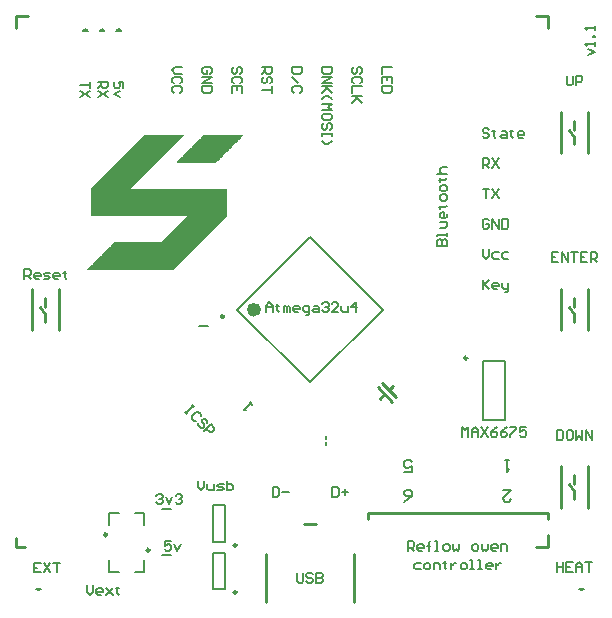
<source format=gto>
%FSLAX23Y23*%
%MOIN*%
G70*
G01*
G75*
G04 Layer_Color=65535*
%ADD10C,0.006*%
G04:AMPARAMS|DCode=11|XSize=35mil|YSize=31mil|CornerRadius=0mil|HoleSize=0mil|Usage=FLASHONLY|Rotation=315.000|XOffset=0mil|YOffset=0mil|HoleType=Round|Shape=Rectangle|*
%AMROTATEDRECTD11*
4,1,4,-0.024,0.001,-0.001,0.024,0.024,-0.001,0.001,-0.024,-0.024,0.001,0.0*
%
%ADD11ROTATEDRECTD11*%

%ADD12R,0.035X0.031*%
G04:AMPARAMS|DCode=13|XSize=35mil|YSize=31mil|CornerRadius=0mil|HoleSize=0mil|Usage=FLASHONLY|Rotation=225.000|XOffset=0mil|YOffset=0mil|HoleType=Round|Shape=Rectangle|*
%AMROTATEDRECTD13*
4,1,4,0.001,0.024,0.024,0.001,-0.001,-0.024,-0.024,-0.001,0.001,0.024,0.0*
%
%ADD13ROTATEDRECTD13*%

%ADD14R,0.031X0.035*%
%ADD15R,0.039X0.028*%
%ADD16R,0.016X0.069*%
%ADD17C,0.031*%
%ADD18R,0.024X0.035*%
%ADD19R,0.030X0.033*%
%ADD20R,0.033X0.030*%
%ADD21R,0.067X0.031*%
G04:AMPARAMS|DCode=22|XSize=22mil|YSize=69mil|CornerRadius=0mil|HoleSize=0mil|Usage=FLASHONLY|Rotation=135.000|XOffset=0mil|YOffset=0mil|HoleType=Round|Shape=Round|*
%AMOVALD22*
21,1,0.047,0.022,0.000,0.000,225.0*
1,1,0.022,0.017,0.017*
1,1,0.022,-0.017,-0.017*
%
%ADD22OVALD22*%

G04:AMPARAMS|DCode=23|XSize=22mil|YSize=69mil|CornerRadius=0mil|HoleSize=0mil|Usage=FLASHONLY|Rotation=45.000|XOffset=0mil|YOffset=0mil|HoleType=Round|Shape=Round|*
%AMOVALD23*
21,1,0.047,0.022,0.000,0.000,135.0*
1,1,0.022,0.017,-0.017*
1,1,0.022,-0.017,0.017*
%
%ADD23OVALD23*%

%ADD24O,0.087X0.024*%
G04:AMPARAMS|DCode=25|XSize=71mil|YSize=94mil|CornerRadius=0mil|HoleSize=0mil|Usage=FLASHONLY|Rotation=225.000|XOffset=0mil|YOffset=0mil|HoleType=Round|Shape=Rectangle|*
%AMROTATEDRECTD25*
4,1,4,-0.008,0.058,0.058,-0.008,0.008,-0.058,-0.058,0.008,-0.008,0.058,0.0*
%
%ADD25ROTATEDRECTD25*%

%ADD26C,0.006*%
%ADD27C,0.063*%
G04:AMPARAMS|DCode=28|XSize=47mil|YSize=55mil|CornerRadius=12mil|HoleSize=0mil|Usage=FLASHONLY|Rotation=180.000|XOffset=0mil|YOffset=0mil|HoleType=Round|Shape=RoundedRectangle|*
%AMROUNDEDRECTD28*
21,1,0.047,0.031,0,0,180.0*
21,1,0.024,0.055,0,0,180.0*
1,1,0.024,-0.012,0.016*
1,1,0.024,0.012,0.016*
1,1,0.024,0.012,-0.016*
1,1,0.024,-0.012,-0.016*
%
%ADD28ROUNDEDRECTD28*%
%ADD29C,0.024*%
%ADD30C,0.157*%
%ADD31C,0.061*%
%ADD32C,0.067*%
%ADD33C,0.025*%
%ADD34C,0.010*%
%ADD35C,0.024*%
%ADD36C,0.002*%
%ADD37C,0.006*%
%ADD38C,0.010*%
%ADD39C,0.008*%
%ADD40C,0.006*%
D26*
X1595Y1398D02*
Y1377D01*
X1606Y1366D01*
X1617Y1377D01*
Y1398D01*
X1627Y1387D02*
Y1371D01*
X1633Y1366D01*
X1649D01*
Y1387D01*
X1659Y1366D02*
X1675D01*
X1681Y1371D01*
X1675Y1377D01*
X1665D01*
X1659Y1382D01*
X1665Y1387D01*
X1681D01*
X1691Y1398D02*
Y1366D01*
X1707D01*
X1713Y1371D01*
Y1377D01*
Y1382D01*
X1707Y1387D01*
X1691D01*
X1225Y1051D02*
Y1029D01*
X1236Y1019D01*
X1247Y1029D01*
Y1051D01*
X1273Y1019D02*
X1263D01*
X1257Y1024D01*
Y1035D01*
X1263Y1040D01*
X1273D01*
X1279Y1035D01*
Y1029D01*
X1257D01*
X1289Y1040D02*
X1311Y1019D01*
X1300Y1029D01*
X1311Y1040D01*
X1289Y1019D01*
X1327Y1045D02*
Y1040D01*
X1321D01*
X1332D01*
X1327D01*
Y1024D01*
X1332Y1019D01*
X2791Y1126D02*
Y1094D01*
Y1110D01*
X2813D01*
Y1126D01*
Y1094D01*
X2845Y1126D02*
X2823D01*
Y1094D01*
X2845D01*
X2823Y1110D02*
X2834D01*
X2855Y1094D02*
Y1116D01*
X2866Y1126D01*
X2877Y1116D01*
Y1094D01*
Y1110D01*
X2855D01*
X2887Y1126D02*
X2909D01*
X2898D01*
Y1094D01*
X2338Y1125D02*
X2322D01*
X2317Y1119D01*
Y1109D01*
X2322Y1103D01*
X2338D01*
X2354D02*
X2365D01*
X2370Y1109D01*
Y1119D01*
X2365Y1125D01*
X2354D01*
X2349Y1119D01*
Y1109D01*
X2354Y1103D01*
X2381D02*
Y1125D01*
X2397D01*
X2402Y1119D01*
Y1103D01*
X2418Y1130D02*
Y1125D01*
X2413D01*
X2423D01*
X2418D01*
Y1109D01*
X2423Y1103D01*
X2439Y1125D02*
Y1103D01*
Y1114D01*
X2445Y1119D01*
X2450Y1125D01*
X2455D01*
X2477Y1103D02*
X2487D01*
X2493Y1109D01*
Y1119D01*
X2487Y1125D01*
X2477D01*
X2471Y1119D01*
Y1109D01*
X2477Y1103D01*
X2503D02*
X2514D01*
X2509D01*
Y1135D01*
X2503D01*
X2530Y1103D02*
X2541D01*
X2535D01*
Y1135D01*
X2530D01*
X2573Y1103D02*
X2562D01*
X2557Y1109D01*
Y1119D01*
X2562Y1125D01*
X2573D01*
X2578Y1119D01*
Y1114D01*
X2557D01*
X2589Y1125D02*
Y1103D01*
Y1114D01*
X2594Y1119D01*
X2599Y1125D01*
X2605D01*
X2295Y1164D02*
Y1196D01*
X2311D01*
X2317Y1191D01*
Y1180D01*
X2311Y1175D01*
X2295D01*
X2306D02*
X2317Y1164D01*
X2343D02*
X2333D01*
X2327Y1170D01*
Y1180D01*
X2333Y1186D01*
X2343D01*
X2349Y1180D01*
Y1175D01*
X2327D01*
X2365Y1164D02*
Y1191D01*
Y1180D01*
X2359D01*
X2370D01*
X2365D01*
Y1191D01*
X2370Y1196D01*
X2386Y1164D02*
X2397D01*
X2391D01*
Y1196D01*
X2386D01*
X2418Y1164D02*
X2429D01*
X2434Y1170D01*
Y1180D01*
X2429Y1186D01*
X2418D01*
X2413Y1180D01*
Y1170D01*
X2418Y1164D01*
X2445Y1186D02*
Y1170D01*
X2450Y1164D01*
X2455Y1170D01*
X2461Y1164D01*
X2466Y1170D01*
Y1186D01*
X2514Y1164D02*
X2525D01*
X2530Y1170D01*
Y1180D01*
X2525Y1186D01*
X2514D01*
X2509Y1180D01*
Y1170D01*
X2514Y1164D01*
X2541Y1186D02*
Y1170D01*
X2546Y1164D01*
X2551Y1170D01*
X2557Y1164D01*
X2562Y1170D01*
Y1186D01*
X2589Y1164D02*
X2578D01*
X2573Y1170D01*
Y1180D01*
X2578Y1186D01*
X2589D01*
X2594Y1180D01*
Y1175D01*
X2573D01*
X2605Y1164D02*
Y1186D01*
X2621D01*
X2626Y1180D01*
Y1164D01*
X2897Y2817D02*
X2918Y2828D01*
X2897Y2838D01*
X2918Y2849D02*
Y2860D01*
Y2854D01*
X2886D01*
X2892Y2849D01*
X2918Y2876D02*
X2913D01*
Y2881D01*
X2918D01*
Y2876D01*
Y2902D02*
Y2913D01*
Y2908D01*
X2886D01*
X2892Y2902D01*
X2392Y2182D02*
X2424D01*
Y2198D01*
X2419Y2203D01*
X2414D01*
X2408Y2198D01*
Y2182D01*
Y2198D01*
X2403Y2203D01*
X2398D01*
X2392Y2198D01*
Y2182D01*
X2424Y2214D02*
Y2225D01*
Y2219D01*
X2392D01*
Y2214D01*
X2403Y2241D02*
X2419D01*
X2424Y2246D01*
Y2262D01*
X2403D01*
X2424Y2289D02*
Y2278D01*
X2419Y2273D01*
X2408D01*
X2403Y2278D01*
Y2289D01*
X2408Y2294D01*
X2414D01*
Y2273D01*
X2398Y2310D02*
X2403D01*
Y2305D01*
Y2315D01*
Y2310D01*
X2419D01*
X2424Y2315D01*
Y2337D02*
Y2347D01*
X2419Y2353D01*
X2408D01*
X2403Y2347D01*
Y2337D01*
X2408Y2331D01*
X2419D01*
X2424Y2337D01*
Y2369D02*
Y2379D01*
X2419Y2385D01*
X2408D01*
X2403Y2379D01*
Y2369D01*
X2408Y2363D01*
X2419D01*
X2424Y2369D01*
X2398Y2401D02*
X2403D01*
Y2395D01*
Y2406D01*
Y2401D01*
X2419D01*
X2424Y2406D01*
X2392Y2422D02*
X2424D01*
X2408D01*
X2403Y2427D01*
Y2438D01*
X2408Y2443D01*
X2424D01*
X2544Y2069D02*
Y2037D01*
Y2048D01*
X2566Y2069D01*
X2550Y2053D01*
X2566Y2037D01*
X2592D02*
X2582D01*
X2576Y2043D01*
Y2053D01*
X2582Y2059D01*
X2592D01*
X2598Y2053D01*
Y2048D01*
X2576D01*
X2608Y2059D02*
Y2043D01*
X2614Y2037D01*
X2630D01*
Y2032D01*
X2624Y2027D01*
X2619D01*
X2630Y2037D02*
Y2059D01*
X2544Y2170D02*
Y2149D01*
X2555Y2138D01*
X2566Y2149D01*
Y2170D01*
X2598Y2160D02*
X2582D01*
X2576Y2154D01*
Y2144D01*
X2582Y2138D01*
X2598D01*
X2630Y2160D02*
X2614D01*
X2608Y2154D01*
Y2144D01*
X2614Y2138D01*
X2630D01*
X2566Y2266D02*
X2560Y2271D01*
X2550D01*
X2544Y2266D01*
Y2244D01*
X2550Y2239D01*
X2560D01*
X2566Y2244D01*
Y2255D01*
X2555D01*
X2576Y2239D02*
Y2271D01*
X2598Y2239D01*
Y2271D01*
X2608D02*
Y2239D01*
X2624D01*
X2630Y2244D01*
Y2266D01*
X2624Y2271D01*
X2608D01*
X2544Y2372D02*
X2566D01*
X2555D01*
Y2340D01*
X2576Y2372D02*
X2598Y2340D01*
Y2372D02*
X2576Y2340D01*
X2544Y2441D02*
Y2473D01*
X2560D01*
X2566Y2467D01*
Y2457D01*
X2560Y2451D01*
X2544D01*
X2555D02*
X2566Y2441D01*
X2576Y2473D02*
X2598Y2441D01*
Y2473D02*
X2576Y2441D01*
X2566Y2568D02*
X2560Y2573D01*
X2550D01*
X2544Y2568D01*
Y2563D01*
X2550Y2557D01*
X2560D01*
X2566Y2552D01*
Y2547D01*
X2560Y2541D01*
X2550D01*
X2544Y2547D01*
X2582Y2568D02*
Y2563D01*
X2576D01*
X2587D01*
X2582D01*
Y2547D01*
X2587Y2541D01*
X2608Y2563D02*
X2619D01*
X2624Y2557D01*
Y2541D01*
X2608D01*
X2603Y2547D01*
X2608Y2552D01*
X2624D01*
X2640Y2568D02*
Y2563D01*
X2635D01*
X2646D01*
X2640D01*
Y2547D01*
X2646Y2541D01*
X2678D02*
X2667D01*
X2662Y2547D01*
Y2557D01*
X2667Y2563D01*
X2678D01*
X2683Y2557D01*
Y2552D01*
X2662D01*
X1506Y1196D02*
X1484D01*
Y1180D01*
X1495Y1186D01*
X1500D01*
X1506Y1180D01*
Y1170D01*
X1500Y1164D01*
X1490D01*
X1484Y1170D01*
X1516Y1186D02*
X1527Y1164D01*
X1538Y1186D01*
X1457Y1349D02*
X1462Y1354D01*
X1473D01*
X1478Y1349D01*
Y1343D01*
X1473Y1338D01*
X1467D01*
X1473D01*
X1478Y1333D01*
Y1327D01*
X1473Y1322D01*
X1462D01*
X1457Y1327D01*
X1489Y1343D02*
X1499Y1322D01*
X1510Y1343D01*
X1521Y1349D02*
X1526Y1354D01*
X1537D01*
X1542Y1349D01*
Y1343D01*
X1537Y1338D01*
X1531D01*
X1537D01*
X1542Y1333D01*
Y1327D01*
X1537Y1322D01*
X1526D01*
X1521Y1327D01*
X1844Y1377D02*
Y1345D01*
X1860D01*
X1866Y1351D01*
Y1372D01*
X1860Y1377D01*
X1844D01*
X1876Y1361D02*
X1898D01*
X2043Y1377D02*
Y1345D01*
X2059D01*
X2065Y1351D01*
Y1372D01*
X2059Y1377D01*
X2043D01*
X2075Y1361D02*
X2097D01*
X2086Y1372D02*
Y1351D01*
X1071Y1125D02*
X1049D01*
Y1094D01*
X1071D01*
X1049Y1109D02*
X1060D01*
X1081Y1125D02*
X1103Y1094D01*
Y1125D02*
X1081Y1094D01*
X1113Y1125D02*
X1135D01*
X1124D01*
Y1094D01*
X1823Y1961D02*
Y1982D01*
X1833Y1993D01*
X1844Y1982D01*
Y1961D01*
Y1977D01*
X1823D01*
X1860Y1987D02*
Y1982D01*
X1855D01*
X1865D01*
X1860D01*
Y1966D01*
X1865Y1961D01*
X1881D02*
Y1982D01*
X1887D01*
X1892Y1977D01*
Y1961D01*
Y1977D01*
X1897Y1982D01*
X1903Y1977D01*
Y1961D01*
X1929D02*
X1919D01*
X1913Y1966D01*
Y1977D01*
X1919Y1982D01*
X1929D01*
X1935Y1977D01*
Y1971D01*
X1913D01*
X1956Y1950D02*
X1961D01*
X1967Y1955D01*
Y1982D01*
X1951D01*
X1945Y1977D01*
Y1966D01*
X1951Y1961D01*
X1967D01*
X1983Y1982D02*
X1993D01*
X1999Y1977D01*
Y1961D01*
X1983D01*
X1977Y1966D01*
X1983Y1971D01*
X1999D01*
X2009Y1987D02*
X2015Y1993D01*
X2025D01*
X2031Y1987D01*
Y1982D01*
X2025Y1977D01*
X2020D01*
X2025D01*
X2031Y1971D01*
Y1966D01*
X2025Y1961D01*
X2015D01*
X2009Y1966D01*
X2063Y1961D02*
X2041D01*
X2063Y1982D01*
Y1987D01*
X2057Y1993D01*
X2047D01*
X2041Y1987D01*
X2073Y1982D02*
Y1966D01*
X2079Y1961D01*
X2095D01*
Y1982D01*
X2121Y1961D02*
Y1993D01*
X2105Y1977D01*
X2127D01*
X1347Y2708D02*
Y2729D01*
X1331D01*
X1336Y2719D01*
Y2713D01*
X1331Y2708D01*
X1320D01*
X1315Y2713D01*
Y2724D01*
X1320Y2729D01*
X1336Y2697D02*
X1315Y2687D01*
X1336Y2676D01*
X1262Y2729D02*
X1294D01*
Y2713D01*
X1288Y2708D01*
X1278D01*
X1272Y2713D01*
Y2729D01*
Y2719D02*
X1262Y2708D01*
X1294Y2697D02*
X1262Y2676D01*
X1294D02*
X1262Y2697D01*
X1235Y2729D02*
Y2708D01*
Y2719D01*
X1203D01*
X1235Y2697D02*
X1203Y2676D01*
X1235D02*
X1203Y2697D01*
X1017Y2071D02*
Y2103D01*
X1033D01*
X1039Y2098D01*
Y2087D01*
X1033Y2082D01*
X1017D01*
X1028D02*
X1039Y2071D01*
X1065D02*
X1055D01*
X1049Y2076D01*
Y2087D01*
X1055Y2092D01*
X1065D01*
X1071Y2087D01*
Y2082D01*
X1049D01*
X1081Y2071D02*
X1097D01*
X1103Y2076D01*
X1097Y2082D01*
X1087D01*
X1081Y2087D01*
X1087Y2092D01*
X1103D01*
X1129Y2071D02*
X1119D01*
X1113Y2076D01*
Y2087D01*
X1119Y2092D01*
X1129D01*
X1135Y2087D01*
Y2082D01*
X1113D01*
X1151Y2098D02*
Y2092D01*
X1145D01*
X1156D01*
X1151D01*
Y2076D01*
X1156Y2071D01*
X1925Y1091D02*
Y1064D01*
X1931Y1059D01*
X1941D01*
X1947Y1064D01*
Y1091D01*
X1979Y1086D02*
X1973Y1091D01*
X1963D01*
X1957Y1086D01*
Y1080D01*
X1963Y1075D01*
X1973D01*
X1979Y1070D01*
Y1064D01*
X1973Y1059D01*
X1963D01*
X1957Y1064D01*
X1989Y1091D02*
Y1059D01*
X2005D01*
X2011Y1064D01*
Y1070D01*
X2005Y1075D01*
X1989D01*
X2005D01*
X2011Y1080D01*
Y1086D01*
X2005Y1091D01*
X1989D01*
X1574Y1651D02*
X1581Y1643D01*
X1578Y1647D01*
X1555Y1624D01*
X1551Y1628D01*
X1559Y1620D01*
X1604Y1613D02*
X1604Y1620D01*
X1596Y1628D01*
X1589Y1628D01*
X1574Y1613D01*
Y1605D01*
X1581Y1598D01*
X1589D01*
X1627Y1590D02*
X1627Y1598D01*
X1619Y1605D01*
X1612D01*
X1608Y1602D01*
Y1594D01*
X1615Y1586D01*
Y1579D01*
X1612Y1575D01*
X1604D01*
X1596Y1583D01*
Y1590D01*
X1615Y1564D02*
X1638Y1586D01*
X1649Y1575D01*
X1649Y1568D01*
X1642Y1560D01*
X1634D01*
X1623Y1571D01*
X2824Y2749D02*
Y2722D01*
X2829Y2717D01*
X2840D01*
X2845Y2722D01*
Y2749D01*
X2856Y2717D02*
Y2749D01*
X2872D01*
X2877Y2743D01*
Y2733D01*
X2872Y2727D01*
X2856D01*
X2797Y2160D02*
X2776D01*
Y2128D01*
X2797D01*
X2776Y2144D02*
X2786D01*
X2808Y2128D02*
Y2160D01*
X2829Y2128D01*
Y2160D01*
X2840D02*
X2861D01*
X2850D01*
Y2128D01*
X2893Y2160D02*
X2872D01*
Y2128D01*
X2893D01*
X2872Y2144D02*
X2882D01*
X2904Y2128D02*
Y2160D01*
X2920D01*
X2925Y2155D01*
Y2144D01*
X2920Y2139D01*
X2904D01*
X2914D02*
X2925Y2128D01*
X2792Y1567D02*
Y1535D01*
X2808D01*
X2813Y1541D01*
Y1562D01*
X2808Y1567D01*
X2792D01*
X2840D02*
X2829D01*
X2824Y1562D01*
Y1541D01*
X2829Y1535D01*
X2840D01*
X2845Y1541D01*
Y1562D01*
X2840Y1567D01*
X2856D02*
Y1535D01*
X2866Y1546D01*
X2877Y1535D01*
Y1567D01*
X2888Y1535D02*
Y1567D01*
X2909Y1535D01*
Y1567D01*
X2476Y1545D02*
Y1577D01*
X2487Y1567D01*
X2497Y1577D01*
Y1545D01*
X2508D02*
Y1567D01*
X2519Y1577D01*
X2529Y1567D01*
Y1545D01*
Y1561D01*
X2508D01*
X2540Y1577D02*
X2561Y1545D01*
Y1577D02*
X2540Y1545D01*
X2593Y1577D02*
X2583Y1572D01*
X2572Y1561D01*
Y1551D01*
X2577Y1545D01*
X2588D01*
X2593Y1551D01*
Y1556D01*
X2588Y1561D01*
X2572D01*
X2625Y1577D02*
X2615Y1572D01*
X2604Y1561D01*
Y1551D01*
X2609Y1545D01*
X2620D01*
X2625Y1551D01*
Y1556D01*
X2620Y1561D01*
X2604D01*
X2636Y1577D02*
X2657D01*
Y1572D01*
X2636Y1551D01*
Y1545D01*
X2689Y1577D02*
X2668D01*
Y1561D01*
X2679Y1567D01*
X2684D01*
X2689Y1561D01*
Y1551D01*
X2684Y1545D01*
X2673D01*
X2668Y1551D01*
X1776Y1652D02*
X1769Y1660D01*
X1772Y1656D01*
X1750Y1633D01*
X1757D01*
D34*
X1434Y1167D02*
G03*
X1434Y1167I-5J0D01*
G01*
X1292Y1219D02*
G03*
X1292Y1219I-5J0D01*
G01*
X1682Y1946D02*
G03*
X1682Y1946I-5J0D01*
G01*
X1724Y1026D02*
G03*
X1724Y1026I-5J0D01*
G01*
X1724Y1183D02*
G03*
X1724Y1183I-5J0D01*
G01*
X2493Y1807D02*
G03*
X2493Y1807I-5J0D01*
G01*
D35*
X1794Y1969D02*
G03*
X1794Y1969I-12J0D01*
G01*
D36*
X1418Y2551D02*
X1545D01*
X1614D02*
X1742D01*
X1416Y2550D02*
X1544D01*
X1613D02*
X1742D01*
X1415Y2548D02*
X1542D01*
X1611D02*
X1740D01*
X1413Y2547D02*
X1541D01*
X1610D02*
X1739D01*
X1412Y2545D02*
X1539D01*
X1608D02*
X1737D01*
X1410Y2544D02*
X1538D01*
X1607D02*
X1736D01*
X1409Y2542D02*
X1536D01*
X1605D02*
X1734D01*
X1407Y2541D02*
X1535D01*
X1604D02*
X1733D01*
X1406Y2539D02*
X1533D01*
X1602D02*
X1731D01*
X1404Y2538D02*
X1532D01*
X1601D02*
X1730D01*
X1403Y2536D02*
X1530D01*
X1599D02*
X1728D01*
X1401Y2535D02*
X1529D01*
X1598D02*
X1727D01*
X1400Y2533D02*
X1527D01*
X1596D02*
X1725D01*
X1398Y2532D02*
X1526D01*
X1595D02*
X1724D01*
X1397Y2530D02*
X1524D01*
X1593D02*
X1722D01*
X1395Y2529D02*
X1523D01*
X1592D02*
X1721D01*
X1394Y2527D02*
X1521D01*
X1590D02*
X1719D01*
X1392Y2526D02*
X1520D01*
X1589D02*
X1718D01*
X1391Y2524D02*
X1518D01*
X1587D02*
X1716D01*
X1389Y2523D02*
X1517D01*
X1586D02*
X1715D01*
X1388Y2521D02*
X1515D01*
X1584D02*
X1713D01*
X1386Y2520D02*
X1514D01*
X1583D02*
X1712D01*
X1385Y2518D02*
X1512D01*
X1581D02*
X1710D01*
X1383Y2517D02*
X1511D01*
X1580D02*
X1709D01*
X1382Y2515D02*
X1509D01*
X1578D02*
X1707D01*
X1380Y2514D02*
X1508D01*
X1577D02*
X1706D01*
X1379Y2512D02*
X1506D01*
X1575D02*
X1704D01*
X1377Y2511D02*
X1505D01*
X1574D02*
X1703D01*
X1376Y2509D02*
X1503D01*
X1572D02*
X1701D01*
X1374Y2508D02*
X1502D01*
X1571D02*
X1700D01*
X1373Y2506D02*
X1500D01*
X1569D02*
X1698D01*
X1371Y2505D02*
X1499D01*
X1568D02*
X1697D01*
X1370Y2503D02*
X1497D01*
X1566D02*
X1695D01*
X1368Y2502D02*
X1496D01*
X1565D02*
X1694D01*
X1367Y2500D02*
X1494D01*
X1563D02*
X1692D01*
X1365Y2499D02*
X1493D01*
X1562D02*
X1691D01*
X1364Y2497D02*
X1491D01*
X1560D02*
X1689D01*
X1362Y2496D02*
X1490D01*
X1559D02*
X1688D01*
X1361Y2494D02*
X1488D01*
X1557D02*
X1686D01*
X1359Y2493D02*
X1487D01*
X1556D02*
X1685D01*
X1358Y2491D02*
X1485D01*
X1554D02*
X1683D01*
X1356Y2490D02*
X1484D01*
X1553D02*
X1682D01*
X1355Y2488D02*
X1482D01*
X1551D02*
X1680D01*
X1353Y2487D02*
X1481D01*
X1550D02*
X1679D01*
X1352Y2485D02*
X1479D01*
X1548D02*
X1677D01*
X1350Y2484D02*
X1478D01*
X1547D02*
X1676D01*
X1349Y2482D02*
X1476D01*
X1545D02*
X1674D01*
X1347Y2481D02*
X1475D01*
X1544D02*
X1673D01*
X1346Y2479D02*
X1473D01*
X1542D02*
X1671D01*
X1344Y2478D02*
X1472D01*
X1541D02*
X1670D01*
X1343Y2476D02*
X1470D01*
X1539D02*
X1668D01*
X1341Y2475D02*
X1469D01*
X1538D02*
X1667D01*
X1340Y2473D02*
X1467D01*
X1536D02*
X1665D01*
X1338Y2472D02*
X1466D01*
X1535D02*
X1664D01*
X1337Y2470D02*
X1464D01*
X1533D02*
X1662D01*
X1335Y2469D02*
X1463D01*
X1532D02*
X1661D01*
X1334Y2467D02*
X1461D01*
X1530D02*
X1659D01*
X1332Y2466D02*
X1460D01*
X1529D02*
X1658D01*
X1331Y2464D02*
X1458D01*
X1527D02*
X1656D01*
X1329Y2463D02*
X1457D01*
X1526D02*
X1655D01*
X1328Y2461D02*
X1455D01*
X1524D02*
X1653D01*
X1326Y2460D02*
X1454D01*
X1325Y2458D02*
X1452D01*
X1323Y2457D02*
X1451D01*
X1322Y2455D02*
X1449D01*
X1320Y2454D02*
X1448D01*
X1319Y2452D02*
X1446D01*
X1317Y2451D02*
X1445D01*
X1316Y2449D02*
X1443D01*
X1314Y2448D02*
X1442D01*
X1313Y2446D02*
X1440D01*
X1311Y2445D02*
X1439D01*
X1310Y2443D02*
X1437D01*
X1308Y2442D02*
X1436D01*
X1307Y2440D02*
X1434D01*
X1305Y2439D02*
X1433D01*
X1304Y2437D02*
X1431D01*
X1302Y2436D02*
X1430D01*
X1301Y2434D02*
X1428D01*
X1299Y2433D02*
X1427D01*
X1298Y2431D02*
X1425D01*
X1296Y2430D02*
X1424D01*
X1295Y2428D02*
X1422D01*
X1293Y2427D02*
X1421D01*
X1292Y2425D02*
X1419D01*
X1290Y2424D02*
X1418D01*
X1289Y2422D02*
X1416D01*
X1287Y2421D02*
X1415D01*
X1286Y2419D02*
X1413D01*
X1284Y2418D02*
X1412D01*
X1283Y2416D02*
X1410D01*
X1281Y2415D02*
X1409D01*
X1280Y2413D02*
X1407D01*
X1278Y2412D02*
X1406D01*
X1277Y2410D02*
X1404D01*
X1275Y2409D02*
X1403D01*
X1274Y2407D02*
X1401D01*
X1272Y2406D02*
X1400D01*
X1271Y2404D02*
X1398D01*
X1269Y2403D02*
X1397D01*
X1268Y2401D02*
X1395D01*
X1266Y2400D02*
X1394D01*
X1265Y2398D02*
X1392D01*
X1263Y2397D02*
X1391D01*
X1262Y2395D02*
X1389D01*
X1260Y2394D02*
X1388D01*
X1259Y2392D02*
X1386D01*
X1257Y2391D02*
X1385D01*
X1256Y2389D02*
X1383D01*
X1254Y2388D02*
X1382D01*
X1253Y2386D02*
X1380D01*
X1251Y2385D02*
X1379D01*
X1250Y2383D02*
X1377D01*
X1248Y2382D02*
X1376D01*
X1247Y2380D02*
X1374D01*
X1245Y2379D02*
X1373D01*
X1244Y2377D02*
X1371D01*
X1242Y2376D02*
X1370D01*
X1241Y2374D02*
X1368D01*
X1239Y2373D02*
X1367D01*
X1239Y2371D02*
X1688D01*
X1239Y2370D02*
X1688D01*
X1239Y2368D02*
X1688D01*
X1239Y2367D02*
X1688D01*
X1239Y2365D02*
X1688D01*
X1239Y2364D02*
X1688D01*
X1239Y2362D02*
X1688D01*
X1239Y2361D02*
X1688D01*
X1239Y2359D02*
X1688D01*
X1239Y2358D02*
X1688D01*
X1239Y2356D02*
X1688D01*
X1239Y2355D02*
X1688D01*
X1239Y2353D02*
X1688D01*
X1239Y2352D02*
X1688D01*
X1239Y2350D02*
X1688D01*
X1239Y2349D02*
X1688D01*
X1239Y2347D02*
X1688D01*
X1239Y2346D02*
X1688D01*
X1239Y2344D02*
X1688D01*
X1239Y2343D02*
X1688D01*
X1239Y2341D02*
X1688D01*
X1239Y2340D02*
X1688D01*
X1239Y2338D02*
X1688D01*
X1239Y2337D02*
X1688D01*
X1239Y2335D02*
X1688D01*
X1239Y2334D02*
X1688D01*
X1239Y2332D02*
X1688D01*
X1239Y2331D02*
X1688D01*
X1239Y2329D02*
X1688D01*
X1239Y2328D02*
X1688D01*
X1239Y2326D02*
X1688D01*
X1239Y2325D02*
X1688D01*
X1239Y2323D02*
X1688D01*
X1239Y2322D02*
X1688D01*
X1239Y2320D02*
X1688D01*
X1239Y2319D02*
X1688D01*
X1239Y2317D02*
X1688D01*
X1239Y2316D02*
X1688D01*
X1239Y2314D02*
X1688D01*
X1239Y2313D02*
X1688D01*
X1239Y2311D02*
X1688D01*
X1239Y2310D02*
X1688D01*
X1239Y2308D02*
X1688D01*
X1239Y2307D02*
X1688D01*
X1239Y2305D02*
X1688D01*
X1239Y2304D02*
X1688D01*
X1239Y2302D02*
X1688D01*
X1239Y2301D02*
X1688D01*
X1239Y2299D02*
X1688D01*
X1239Y2298D02*
X1688D01*
X1239Y2296D02*
X1688D01*
X1239Y2295D02*
X1688D01*
X1239Y2293D02*
X1688D01*
X1239Y2292D02*
X1688D01*
X1239Y2290D02*
X1688D01*
X1239Y2289D02*
X1688D01*
X1239Y2287D02*
X1688D01*
X1239Y2286D02*
X1688D01*
X1239Y2284D02*
X1688D01*
X1239Y2283D02*
X1688D01*
X1560Y2281D02*
X1688D01*
X1559Y2280D02*
X1686D01*
X1557Y2278D02*
X1685D01*
X1556Y2277D02*
X1683D01*
X1554Y2275D02*
X1682D01*
X1553Y2274D02*
X1680D01*
X1551Y2272D02*
X1679D01*
X1550Y2271D02*
X1677D01*
X1548Y2269D02*
X1676D01*
X1547Y2268D02*
X1674D01*
X1545Y2266D02*
X1673D01*
X1544Y2265D02*
X1671D01*
X1542Y2263D02*
X1670D01*
X1541Y2262D02*
X1668D01*
X1539Y2260D02*
X1667D01*
X1538Y2259D02*
X1665D01*
X1536Y2257D02*
X1664D01*
X1535Y2256D02*
X1662D01*
X1533Y2254D02*
X1661D01*
X1532Y2253D02*
X1659D01*
X1530Y2251D02*
X1658D01*
X1529Y2250D02*
X1656D01*
X1527Y2248D02*
X1655D01*
X1526Y2247D02*
X1653D01*
X1524Y2245D02*
X1652D01*
X1523Y2244D02*
X1650D01*
X1521Y2242D02*
X1649D01*
X1520Y2241D02*
X1647D01*
X1518Y2239D02*
X1646D01*
X1517Y2238D02*
X1644D01*
X1515Y2236D02*
X1643D01*
X1514Y2235D02*
X1641D01*
X1512Y2233D02*
X1640D01*
X1511Y2232D02*
X1638D01*
X1509Y2230D02*
X1637D01*
X1508Y2229D02*
X1635D01*
X1506Y2227D02*
X1634D01*
X1505Y2226D02*
X1632D01*
X1503Y2224D02*
X1631D01*
X1502Y2223D02*
X1629D01*
X1500Y2221D02*
X1628D01*
X1499Y2220D02*
X1626D01*
X1497Y2218D02*
X1625D01*
X1496Y2217D02*
X1623D01*
X1494Y2215D02*
X1622D01*
X1493Y2214D02*
X1620D01*
X1491Y2212D02*
X1619D01*
X1490Y2211D02*
X1617D01*
X1488Y2209D02*
X1616D01*
X1487Y2208D02*
X1614D01*
X1485Y2206D02*
X1613D01*
X1484Y2205D02*
X1611D01*
X1482Y2203D02*
X1610D01*
X1481Y2202D02*
X1608D01*
X1479Y2200D02*
X1607D01*
X1478Y2199D02*
X1605D01*
X1476Y2197D02*
X1604D01*
X1475Y2196D02*
X1602D01*
X1473Y2194D02*
X1601D01*
X1316Y2193D02*
X1599D01*
X1314Y2191D02*
X1598D01*
X1313Y2190D02*
X1596D01*
X1311Y2188D02*
X1595D01*
X1310Y2187D02*
X1593D01*
X1308Y2185D02*
X1592D01*
X1307Y2184D02*
X1590D01*
X1305Y2182D02*
X1589D01*
X1304Y2181D02*
X1587D01*
X1302Y2179D02*
X1586D01*
X1301Y2178D02*
X1584D01*
X1299Y2176D02*
X1583D01*
X1298Y2175D02*
X1581D01*
X1296Y2173D02*
X1580D01*
X1295Y2172D02*
X1578D01*
X1293Y2170D02*
X1577D01*
X1292Y2169D02*
X1575D01*
X1290Y2167D02*
X1574D01*
X1289Y2166D02*
X1572D01*
X1287Y2164D02*
X1571D01*
X1286Y2163D02*
X1569D01*
X1284Y2161D02*
X1568D01*
X1283Y2160D02*
X1566D01*
X1281Y2158D02*
X1565D01*
X1280Y2157D02*
X1563D01*
X1278Y2155D02*
X1562D01*
X1277Y2154D02*
X1560D01*
X1275Y2152D02*
X1559D01*
X1274Y2151D02*
X1557D01*
X1272Y2149D02*
X1556D01*
X1271Y2148D02*
X1554D01*
X1269Y2146D02*
X1553D01*
X1268Y2145D02*
X1551D01*
X1266Y2143D02*
X1550D01*
X1265Y2142D02*
X1548D01*
X1263Y2140D02*
X1547D01*
X1262Y2139D02*
X1545D01*
X1260Y2137D02*
X1544D01*
X1259Y2136D02*
X1542D01*
X1257Y2134D02*
X1541D01*
X1256Y2133D02*
X1539D01*
X1254Y2131D02*
X1538D01*
X1253Y2130D02*
X1536D01*
X1251Y2128D02*
X1535D01*
X1250Y2127D02*
X1533D01*
X1248Y2125D02*
X1532D01*
X1247Y2124D02*
X1530D01*
X1245Y2122D02*
X1529D01*
X1244Y2121D02*
X1527D01*
X1242Y2119D02*
X1526D01*
X1241Y2118D02*
X1524D01*
X1239Y2116D02*
X1523D01*
X1238Y2115D02*
X1521D01*
X1236Y2113D02*
X1520D01*
X1235Y2112D02*
X1518D01*
X1233Y2110D02*
X1517D01*
X1232Y2109D02*
X1515D01*
X1230Y2107D02*
X1514D01*
X1229Y2106D02*
X1512D01*
X1227Y2104D02*
X1511D01*
X1227Y2103D02*
X1509D01*
D37*
X1599Y1915D02*
X1629D01*
X1477Y1305D02*
X1507D01*
X1477Y1152D02*
X1507D01*
X2022Y1517D02*
Y1527D01*
Y1536D02*
Y1546D01*
X1323Y2898D02*
X1339D01*
X1323D02*
X1331Y2904D01*
X1339Y2898D01*
X1055Y1039D02*
X1071D01*
X1063Y1033D02*
X1071Y1039D01*
X1055D02*
X1063Y1033D01*
X1268Y2898D02*
X1283D01*
X1268D02*
X1276Y2904D01*
X1283Y2898D01*
X2866Y1039D02*
X2882D01*
X2874Y1033D02*
X2882Y1039D01*
X2866D02*
X2874Y1033D01*
X1212Y2898D02*
X1228D01*
X1212D02*
X1220Y2904D01*
X1228Y2898D01*
X1541Y2777D02*
X1520D01*
X1509Y2766D01*
X1520Y2755D01*
X1541D01*
X1536Y2723D02*
X1541Y2729D01*
Y2739D01*
X1536Y2745D01*
X1514D01*
X1509Y2739D01*
Y2729D01*
X1514Y2723D01*
X1536Y2691D02*
X1541Y2697D01*
Y2707D01*
X1536Y2713D01*
X1514D01*
X1509Y2707D01*
Y2697D01*
X1514Y2691D01*
X1636Y2755D02*
X1641Y2761D01*
Y2771D01*
X1636Y2777D01*
X1614D01*
X1609Y2771D01*
Y2761D01*
X1614Y2755D01*
X1625D01*
Y2766D01*
X1609Y2745D02*
X1641D01*
X1609Y2723D01*
X1641D01*
Y2713D02*
X1609D01*
Y2697D01*
X1614Y2691D01*
X1636D01*
X1641Y2697D01*
Y2713D01*
X1736Y2755D02*
X1741Y2761D01*
Y2771D01*
X1736Y2777D01*
X1730D01*
X1725Y2771D01*
Y2761D01*
X1720Y2755D01*
X1714D01*
X1709Y2761D01*
Y2771D01*
X1714Y2777D01*
X1736Y2723D02*
X1741Y2729D01*
Y2739D01*
X1736Y2745D01*
X1714D01*
X1709Y2739D01*
Y2729D01*
X1714Y2723D01*
X1741Y2691D02*
Y2713D01*
X1709D01*
Y2691D01*
X1725Y2713D02*
Y2702D01*
X1809Y2777D02*
X1841D01*
Y2761D01*
X1836Y2755D01*
X1825D01*
X1820Y2761D01*
Y2777D01*
Y2766D02*
X1809Y2755D01*
X1836Y2723D02*
X1841Y2729D01*
Y2739D01*
X1836Y2745D01*
X1830D01*
X1825Y2739D01*
Y2729D01*
X1820Y2723D01*
X1814D01*
X1809Y2729D01*
Y2739D01*
X1814Y2745D01*
X1841Y2713D02*
Y2691D01*
Y2702D01*
X1809D01*
X1941Y2777D02*
X1909D01*
Y2761D01*
X1914Y2755D01*
X1936D01*
X1941Y2761D01*
Y2777D01*
X1909Y2745D02*
X1930Y2723D01*
X1936Y2691D02*
X1941Y2697D01*
Y2707D01*
X1936Y2713D01*
X1914D01*
X1909Y2707D01*
Y2697D01*
X1914Y2691D01*
X2041Y2777D02*
X2009D01*
Y2761D01*
X2014Y2755D01*
X2036D01*
X2041Y2761D01*
Y2777D01*
X2009Y2745D02*
X2041D01*
X2009Y2723D01*
X2041D01*
Y2713D02*
X2009D01*
X2020D01*
X2041Y2691D01*
X2025Y2707D01*
X2009Y2691D01*
Y2670D02*
X2020Y2681D01*
X2030D01*
X2041Y2670D01*
X2009Y2654D02*
X2041D01*
X2030Y2643D01*
X2041Y2633D01*
X2009D01*
X2041Y2606D02*
Y2617D01*
X2036Y2622D01*
X2014D01*
X2009Y2617D01*
Y2606D01*
X2014Y2601D01*
X2036D01*
X2041Y2606D01*
X2036Y2569D02*
X2041Y2574D01*
Y2585D01*
X2036Y2590D01*
X2030D01*
X2025Y2585D01*
Y2574D01*
X2020Y2569D01*
X2014D01*
X2009Y2574D01*
Y2585D01*
X2014Y2590D01*
X2041Y2558D02*
Y2547D01*
Y2553D01*
X2009D01*
Y2558D01*
Y2547D01*
Y2531D02*
X2020Y2521D01*
X2030D01*
X2041Y2531D01*
X2136Y2755D02*
X2141Y2761D01*
Y2771D01*
X2136Y2777D01*
X2130D01*
X2125Y2771D01*
Y2761D01*
X2120Y2755D01*
X2114D01*
X2109Y2761D01*
Y2771D01*
X2114Y2777D01*
X2136Y2723D02*
X2141Y2729D01*
Y2739D01*
X2136Y2745D01*
X2114D01*
X2109Y2739D01*
Y2729D01*
X2114Y2723D01*
X2141Y2713D02*
X2109D01*
Y2691D01*
X2141Y2681D02*
X2109D01*
X2120D01*
X2141Y2659D01*
X2125Y2675D01*
X2109Y2659D01*
X2241Y2777D02*
X2209D01*
Y2755D01*
X2241Y2723D02*
Y2745D01*
X2209D01*
Y2723D01*
X2225Y2745D02*
Y2734D01*
X2241Y2713D02*
X2209D01*
Y2697D01*
X2214Y2691D01*
X2236D01*
X2241Y2697D01*
Y2713D01*
D38*
X1949Y1254D02*
X1988D01*
X2161Y1290D02*
X2761D01*
Y1271D02*
Y1290D01*
X2161Y1271D02*
Y1290D01*
X2114Y995D02*
Y1153D01*
X1823Y995D02*
Y1153D01*
X1132Y1900D02*
Y2037D01*
X1041Y1900D02*
Y2037D01*
X1087Y1978D02*
Y2008D01*
X1069Y1978D02*
X1087Y1955D01*
Y1929D02*
Y1955D01*
X989Y2948D02*
X1029D01*
X989Y2908D02*
Y2948D01*
Y1176D02*
Y1206D01*
Y1176D02*
X1019D01*
X2761D02*
Y1216D01*
X2721Y1176D02*
X2761D01*
X2721Y2948D02*
X2761D01*
Y2908D02*
Y2948D01*
X2896Y2490D02*
Y2628D01*
X2805Y2490D02*
Y2628D01*
X2850Y2569D02*
Y2598D01*
X2833Y2569D02*
X2850Y2545D01*
Y2520D02*
Y2545D01*
X2896Y1900D02*
Y2037D01*
X2805Y1900D02*
Y2037D01*
X2850Y1978D02*
Y2008D01*
X2833Y1978D02*
X2850Y1955D01*
Y1929D02*
Y1955D01*
X2896Y1309D02*
Y1447D01*
X2805Y1309D02*
Y1447D01*
X2850Y1388D02*
Y1417D01*
X2833Y1388D02*
X2850Y1364D01*
Y1339D02*
Y1364D01*
X2202Y1671D02*
X2217Y1686D01*
X2194Y1710D02*
X2241Y1662D01*
X2208Y1724D02*
X2255Y1676D01*
X2231Y1700D02*
X2247Y1715D01*
D39*
X1299Y1094D02*
X1331D01*
X1299D02*
Y1134D01*
X1386Y1094D02*
X1417D01*
Y1134D01*
X1386Y1291D02*
X1417D01*
Y1252D02*
Y1291D01*
X1299D02*
X1331D01*
X1299Y1252D02*
Y1291D01*
X1726Y1969D02*
X1969Y1726D01*
Y2211D02*
X2211Y1969D01*
X1726D02*
X1969Y2211D01*
Y1726D02*
X2211Y1969D01*
X1646Y1037D02*
Y1159D01*
X1685Y1037D02*
Y1159D01*
X1646D02*
X1685D01*
X1646Y1037D02*
X1685D01*
X1646Y1195D02*
Y1317D01*
X1685Y1195D02*
Y1317D01*
X1646D02*
X1685D01*
X1646Y1195D02*
X1685D01*
X2547Y1600D02*
X2618D01*
X2547Y1797D02*
X2618D01*
Y1600D02*
Y1797D01*
X2547Y1600D02*
Y1797D01*
D40*
X2631Y1468D02*
X2618D01*
X2625D01*
Y1429D01*
X2631Y1436D01*
X2612Y1368D02*
X2638D01*
X2612Y1342D01*
Y1336D01*
X2618Y1329D01*
X2631D01*
X2638Y1336D01*
X2283Y1429D02*
X2309D01*
Y1449D01*
X2296Y1442D01*
X2289D01*
X2283Y1449D01*
Y1462D01*
X2289Y1468D01*
X2302D01*
X2309Y1462D01*
X2283Y1329D02*
X2296Y1336D01*
X2309Y1349D01*
Y1362D01*
X2302Y1368D01*
X2289D01*
X2283Y1362D01*
Y1355D01*
X2289Y1349D01*
X2309D01*
M02*

</source>
